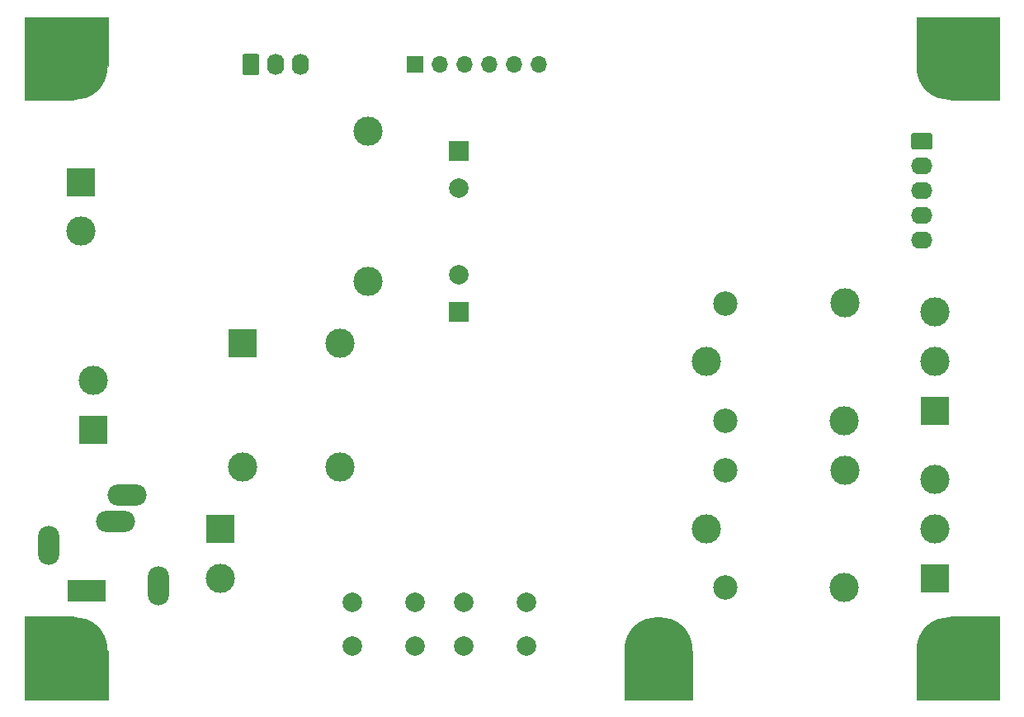
<source format=gbs>
%TF.GenerationSoftware,KiCad,Pcbnew,(5.1.10)-1*%
%TF.CreationDate,2021-10-14T01:28:28-03:00*%
%TF.ProjectId,kicad,6b696361-642e-46b6-9963-61645f706362,rev?*%
%TF.SameCoordinates,Original*%
%TF.FileFunction,Soldermask,Bot*%
%TF.FilePolarity,Negative*%
%FSLAX46Y46*%
G04 Gerber Fmt 4.6, Leading zero omitted, Abs format (unit mm)*
G04 Created by KiCad (PCBNEW (5.1.10)-1) date 2021-10-14 01:28:28*
%MOMM*%
%LPD*%
G01*
G04 APERTURE LIST*
%ADD10C,0.100000*%
%ADD11O,2.200000X4.000000*%
%ADD12O,4.000000X2.200000*%
%ADD13R,4.000000X2.200000*%
%ADD14C,7.000000*%
%ADD15C,3.000000*%
%ADD16R,3.000000X3.000000*%
%ADD17R,2.000000X2.000000*%
%ADD18C,2.000000*%
%ADD19O,1.740000X2.190000*%
%ADD20O,2.190000X1.740000*%
%ADD21C,2.500000*%
%ADD22O,1.700000X1.700000*%
%ADD23R,1.700000X1.700000*%
G04 APERTURE END LIST*
D10*
G36*
X200000000Y-73500000D02*
G01*
X195000000Y-73500000D01*
X191500000Y-70000000D01*
X191500000Y-65000000D01*
X200000000Y-65000000D01*
X200000000Y-73500000D01*
G37*
X200000000Y-73500000D02*
X195000000Y-73500000D01*
X191500000Y-70000000D01*
X191500000Y-65000000D01*
X200000000Y-65000000D01*
X200000000Y-73500000D01*
G36*
X108500000Y-130000000D02*
G01*
X108500000Y-135000000D01*
X100000000Y-135000000D01*
X100000000Y-126500000D01*
X105000000Y-126500000D01*
X108500000Y-130000000D01*
G37*
X108500000Y-130000000D02*
X108500000Y-135000000D01*
X100000000Y-135000000D01*
X100000000Y-126500000D01*
X105000000Y-126500000D01*
X108500000Y-130000000D01*
G36*
X108500000Y-70000000D02*
G01*
X105000000Y-73500000D01*
X100000000Y-73500000D01*
X100000000Y-65000000D01*
X108500000Y-65000000D01*
X108500000Y-70000000D01*
G37*
X108500000Y-70000000D02*
X105000000Y-73500000D01*
X100000000Y-73500000D01*
X100000000Y-65000000D01*
X108500000Y-65000000D01*
X108500000Y-70000000D01*
G36*
X168500000Y-135000000D02*
G01*
X161500000Y-135000000D01*
X161500000Y-130000000D01*
X168500000Y-130000000D01*
X168500000Y-135000000D01*
G37*
X168500000Y-135000000D02*
X161500000Y-135000000D01*
X161500000Y-130000000D01*
X168500000Y-130000000D01*
X168500000Y-135000000D01*
G36*
X200000000Y-135000000D02*
G01*
X191500000Y-135000000D01*
X191500000Y-130000000D01*
X195000000Y-126500000D01*
X200000000Y-126500000D01*
X200000000Y-135000000D01*
G37*
X200000000Y-135000000D02*
X191500000Y-135000000D01*
X191500000Y-130000000D01*
X195000000Y-126500000D01*
X200000000Y-126500000D01*
X200000000Y-135000000D01*
D11*
%TO.C,J4*%
X102465000Y-119225000D03*
D12*
X110465000Y-114025000D03*
X109265000Y-116725000D03*
D11*
X113665000Y-123325000D03*
D13*
X106365000Y-123825000D03*
%TD*%
D14*
%TO.C,REF\u002A\u002A*%
X105000000Y-70000000D03*
%TD*%
%TO.C,REF\u002A\u002A*%
X195000000Y-70000000D03*
%TD*%
%TO.C,REF\u002A\u002A*%
X195000000Y-130000000D03*
%TD*%
%TO.C,REF\u002A\u002A*%
X165000000Y-130000000D03*
%TD*%
%TO.C,REF\u002A\u002A*%
X105000000Y-130000000D03*
%TD*%
D15*
%TO.C,J5*%
X120015000Y-122555000D03*
D16*
X120015000Y-117475000D03*
%TD*%
D15*
%TO.C,J8*%
X193405000Y-112395000D03*
X193405000Y-117475000D03*
D16*
X193405000Y-122555000D03*
%TD*%
D15*
%TO.C,PS1*%
X135175000Y-92115000D03*
X105775000Y-86915000D03*
D16*
X105775000Y-81915000D03*
D15*
X135175000Y-76715000D03*
%TD*%
%TO.C,T1*%
X132365000Y-111125000D03*
X122365000Y-111125000D03*
X132365000Y-98425000D03*
D16*
X122365000Y-98425000D03*
%TD*%
D15*
%TO.C,J2*%
X107045000Y-102235000D03*
D16*
X107045000Y-107315000D03*
%TD*%
D17*
%TO.C,C8*%
X144510000Y-95245000D03*
D18*
X144510000Y-91445000D03*
%TD*%
D17*
%TO.C,C3*%
X144510000Y-78745000D03*
D18*
X144510000Y-82545000D03*
%TD*%
D19*
%TO.C,J1*%
X128270000Y-69850000D03*
X125730000Y-69850000D03*
G36*
G01*
X122320000Y-70695001D02*
X122320000Y-69004999D01*
G75*
G02*
X122569999Y-68755000I249999J0D01*
G01*
X123810001Y-68755000D01*
G75*
G02*
X124060000Y-69004999I0J-249999D01*
G01*
X124060000Y-70695001D01*
G75*
G02*
X123810001Y-70945000I-249999J0D01*
G01*
X122569999Y-70945000D01*
G75*
G02*
X122320000Y-70695001I0J249999D01*
G01*
G37*
%TD*%
D20*
%TO.C,J3*%
X192024000Y-87884000D03*
X192024000Y-85344000D03*
X192024000Y-82804000D03*
X192024000Y-80264000D03*
G36*
G01*
X191178999Y-76854000D02*
X192869001Y-76854000D01*
G75*
G02*
X193119000Y-77103999I0J-249999D01*
G01*
X193119000Y-78344001D01*
G75*
G02*
X192869001Y-78594000I-249999J0D01*
G01*
X191178999Y-78594000D01*
G75*
G02*
X190929000Y-78344001I0J249999D01*
G01*
X190929000Y-77103999D01*
G75*
G02*
X191178999Y-76854000I249999J0D01*
G01*
G37*
%TD*%
D18*
%TO.C,SW1*%
X151495000Y-125040000D03*
X151495000Y-129540000D03*
X144995000Y-125040000D03*
X144995000Y-129540000D03*
%TD*%
%TO.C,SW2*%
X140065000Y-125040000D03*
X140065000Y-129540000D03*
X133565000Y-125040000D03*
X133565000Y-129540000D03*
%TD*%
D15*
%TO.C,K1*%
X169910000Y-100330000D03*
D21*
X171860000Y-94380000D03*
D15*
X184110000Y-94330000D03*
X184060000Y-106380000D03*
D21*
X171860000Y-106380000D03*
%TD*%
D15*
%TO.C,J7*%
X193405000Y-95250000D03*
X193405000Y-100330000D03*
D16*
X193405000Y-105410000D03*
%TD*%
D22*
%TO.C,J6*%
X152765000Y-69850000D03*
X150225000Y-69850000D03*
X147685000Y-69850000D03*
X145145000Y-69850000D03*
X142605000Y-69850000D03*
D23*
X140065000Y-69850000D03*
%TD*%
D15*
%TO.C,K2*%
X169910000Y-117475000D03*
D21*
X171860000Y-111525000D03*
D15*
X184110000Y-111475000D03*
X184060000Y-123525000D03*
D21*
X171860000Y-123525000D03*
%TD*%
M02*

</source>
